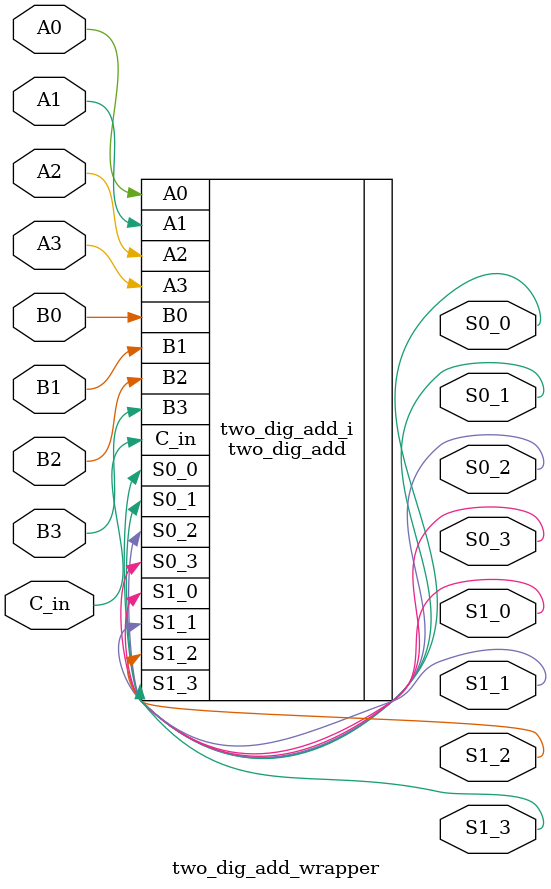
<source format=v>
`timescale 1 ps / 1 ps

module two_dig_add_wrapper
   (A0,
    A1,
    A2,
    A3,
    B0,
    B1,
    B2,
    B3,
    C_in,
    S0_0,
    S0_1,
    S0_2,
    S0_3,
    S1_0,
    S1_1,
    S1_2,
    S1_3);
  input [0:0]A0;
  input [0:0]A1;
  input [0:0]A2;
  input [0:0]A3;
  input [0:0]B0;
  input [0:0]B1;
  input [0:0]B2;
  input [0:0]B3;
  input [0:0]C_in;
  output [0:0]S0_0;
  output [0:0]S0_1;
  output [0:0]S0_2;
  output [0:0]S0_3;
  output [0:0]S1_0;
  output [0:0]S1_1;
  output [0:0]S1_2;
  output [0:0]S1_3;

  wire [0:0]A0;
  wire [0:0]A1;
  wire [0:0]A2;
  wire [0:0]A3;
  wire [0:0]B0;
  wire [0:0]B1;
  wire [0:0]B2;
  wire [0:0]B3;
  wire [0:0]C_in;
  wire [0:0]S0_0;
  wire [0:0]S0_1;
  wire [0:0]S0_2;
  wire [0:0]S0_3;
  wire [0:0]S1_0;
  wire [0:0]S1_1;
  wire [0:0]S1_2;
  wire [0:0]S1_3;

  two_dig_add two_dig_add_i
       (.A0(A0),
        .A1(A1),
        .A2(A2),
        .A3(A3),
        .B0(B0),
        .B1(B1),
        .B2(B2),
        .B3(B3),
        .C_in(C_in),
        .S0_0(S0_0),
        .S0_1(S0_1),
        .S0_2(S0_2),
        .S0_3(S0_3),
        .S1_0(S1_0),
        .S1_1(S1_1),
        .S1_2(S1_2),
        .S1_3(S1_3));
endmodule

</source>
